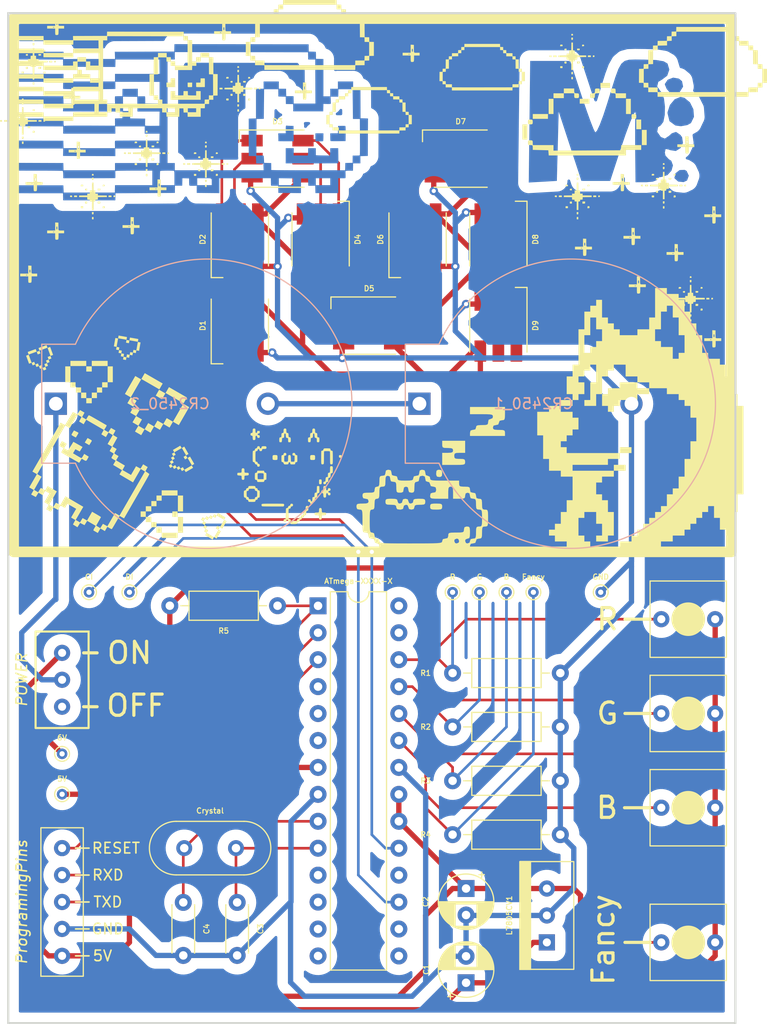
<source format=kicad_pcb>
(kicad_pcb (version 20211014) (generator pcbnew)
  (layers (0 "F.Cu" signal) (31 "B.Cu" signal) (34 "B.Paste" user) (35 "F.Paste" user) (36 "B.SilkS" user "B.Silkscreen") (37 "F.SilkS" user "F.Silkscreen") (38 "B.Mask" user) (39 "F.Mask" user) (44 "Edge.Cuts" user))
  (net 0 "")
  (net 1 "Net-(ATmega168V-10PI1-Pad1)")
  (net 2 "Net-(ATmega168V-10PI1-Pad2)")
  (net 3 "Net-(ATmega168V-10PI1-Pad3)")
  (net 7 "Net-(ATmega168V-10PI1-Pad20)")
  (net 8 "Net-(ATmega168V-10PI1-Pad22)")
  (net 9 "Net-(ATmega168V-10PI1-Pad9)")
  (net 10 "Net-(ATmega168V-10PI1-Pad10)")
  (net 17 "Net-(ATmega168V-10PI1-Pad17)")
  (net 19 "Net-(ATmega168V-10PI1-Pad19)")
  (net 20 "Net-(ATmega168V-10PI1-Pad23)")
  (net 21 "Net-(ATmega168V-10PI1-Pad24)")
  (net 24 "Net-(C1-Pad1)")
  (net 25 "Net-(CR2450_1-Pad1)")
  (net 26 "Net-(CR2450_2-Pad1)")
  (net 27 "Net-(D1-Pad5)")
  (net 28 "Net-(D1-Pad6)")
  (net 29 "Net-(D2-Pad5)")
  (net 30 "Net-(D2-Pad6)")
  (net 31 "Net-(D3-Pad5)")
  (net 32 "Net-(D3-Pad6)")
  (net 33 "Net-(D4-Pad5)")
  (net 34 "Net-(D4-Pad6)")
  (net 35 "Net-(D5-Pad5)")
  (net 36 "Net-(D5-Pad6)")
  (net 37 "Net-(D6-Pad5)")
  (net 38 "Net-(D6-Pad6)")
  (net 39 "Net-(D7-Pad5)")
  (net 40 "Net-(D7-Pad6)")
  (net 41 "Net-(D8-Pad5)")
  (net 42 "Net-(D8-Pad6)")
  (net 46 "Net-(G1-Pad1)")
  (net 47 "Net-(R6-Pad1)")
  (footprint "Graphics:Kitty" (layer "F.Cu") (at 51.816 138.176)
    (fp_text reference "G***" hide)
    (fp_text value "LOGO" hide)
  )
  (footprint "LED_SMD:LED_RGB_5050-6" (layer "F.Cu") (at 47.244 115.316 90)
    (fp_text reference "D2")
    (fp_text value "APA102")
  )
  (footprint "CustomMAKE:L7805CV" (layer "F.Cu") (at 76.2 179.07 90)
    (fp_text reference "L7805CV1")
    (fp_text value "L7805")
  )
  (footprint "Graphics:Cloud3" (layer "F.Cu") (at 53.848 96.012)
    (fp_text reference "G***" hide)
    (fp_text value "LOGO" hide)
  )
  (footprint "TestPoint:TestPoint_THTPad_D1.0mm_Drill0.5mm" (layer "F.Cu") (at 30.48 167.64)
    (fp_text reference "5V")
    (fp_text value "TestPoint")
  )
  (footprint "LED_SMD:LED_RGB_5050-6" (layer "F.Cu") (at 50.8 107.696)
    (fp_text reference "D3")
    (fp_text value "APA102")
  )
  (footprint "Graphics:Star2" (layer "F.Cu") (at 79.756 115.824)
    (fp_text reference "G***" hide)
    (fp_text value "LOGO" hide)
  )
  (footprint "Graphics:Star2" (layer "F.Cu") (at 27.94 109.728)
    (fp_text reference "G***" hide)
    (fp_text value "LOGO" hide)
  )
  (footprint "Capacitor_THT:C_Disc_D4.3mm_W1.9mm_P5.00mm" (layer "F.Cu") (at 46.99 177.84 -90)
    (fp_text reference "C3")
    (fp_text value "22pF")
  )
  (footprint "Graphics:Cloud3" (layer "F.Cu") (at 90.932 98.552)
    (fp_text reference "G***" hide)
    (fp_text value "LOGO" hide)
  )
  (footprint "Capacitor_THT:C_Disc_D4.3mm_W1.9mm_P5.00mm" (layer "F.Cu") (at 41.91 177.84 -90)
    (fp_text reference "C4")
    (fp_text value "22pF")
  )
  (footprint "Graphics:Heart3" (layer "F.Cu") (at 41.656 136.144 -60)
    (fp_text reference "G***" hide)
    (fp_text value "LOGO" hide)
  )
  (footprint "Graphics:Star2" (layer "F.Cu") (at 89.408 106.172)
    (fp_text reference "G***" hide)
    (fp_text value "LOGO" hide)
  )
  (footprint "LED_SMD:LED_RGB_5050-6" (layer "F.Cu") (at 47.244 123.444 90)
    (fp_text reference "D1")
    (fp_text value "APA102")
  )
  (footprint "Graphics:Dogo" (layer "F.Cu") (at 85.852 131.572)
    (fp_text reference "G***" hide)
    (fp_text value "LOGO" hide)
  )
  (footprint "CustomMAKE:Button_2Pins" (layer "F.Cu") (at 89.535 151.13)
    (fp_text reference "Button1" hide)
    (fp_text value "SW_Push")
  )
  (footprint "CustomMAKE:ConnectionPins_5x1" (layer "F.Cu") (at 30.48 177.8 90)
    (fp_text reference "ProgramingPins")
    (fp_text value "Conn_01x05_Male")
  )
  (footprint "Graphics:Star1" (layer "F.Cu") (at 39.116 107.188)
    (fp_text reference "G***" hide)
    (fp_text value "LOGO" hide)
  )
  (footprint "Graphics:Star2" (layer "F.Cu") (at 27.432 118.364)
    (fp_text reference "G***" hide)
    (fp_text value "LOGO" hide)
  )
  (footprint "Capacitor_THT:CP_Radial_D5.0mm_P2.50mm" (layer "F.Cu") (at 68.58 176.53 -90)
    (fp_text reference "C2")
    (fp_text value "10uF")
  )
  (footprint "Graphics:Star2" (layer "F.Cu") (at 45.72 95.504)
    (fp_text reference "G***" hide)
    (fp_text value "LOGO" hide)
  )
  (footprint "Graphics:Heart3" (layer "F.Cu") (at 36.576 125.476 -10)
    (fp_text reference "G***" hide)
    (fp_text value "LOGO" hide)
  )
  (footprint "Graphics:Star2" (layer "F.Cu") (at 53.34 101.092)
    (fp_text reference "G***" hide)
    (fp_text value "LOGO" hide)
  )
  (footprint "Graphics:Star2" (layer "F.Cu") (at 32.004 106.68)
    (fp_text reference "G***" hide)
    (fp_text value "LOGO" hide)
  )
  (footprint "Graphics:Star2" (layer "F.Cu") (at 84.836 119.38)
    (fp_text reference "G***" hide)
    (fp_text value "LOGO" hide)
  )
  (footprint "Graphics:Dog" (layer "F.Cu") (at 33.02 138.176 -30)
    (fp_text reference "G***" hide)
    (fp_text value "LOGO" hide)
  )
  (footprint "LED_SMD:LED_RGB_5050-6" (layer "F.Cu") (at 71.628 123.444 -90)
    (fp_text reference "D9")
    (fp_text value "APA102")
  )
  (footprint "Graphics:Star2" (layer "F.Cu") (at 88.392 116.332)
    (fp_text reference "G***" hide)
    (fp_text value "LOGO" hide)
  )
  (footprint "CustomMAKE:SPDT_Switch" (layer "F.Cu") (at 30.48 156.845 -90)
    (fp_text reference "POWER")
    (fp_text value "SW_SPDT_MSM")
  )
  (footprint "TestPoint:TestPoint_THTPad_D1.0mm_Drill0.5mm" (layer "F.Cu") (at 72.39 148.59)
    (fp_text reference "B")
    (fp_text value "TestPoint")
  )
  (footprint "Graphics:Star2" (layer "F.Cu") (at 29.972 114.3)
    (fp_text reference "G***" hide)
    (fp_text value "LOGO" hide)
  )
  (footprint "Graphics:Star2" (layer "F.Cu") (at 63.5 97.536)
    (fp_text reference "G***" hide)
    (fp_text value "LOGO" hide)
  )
  (footprint "Graphics:Star1" (layer "F.Cu") (at 79.756 111.252)
    (fp_text reference "G***" hide)
    (fp_text value "LOGO" hide)
  )
  (footprint "Resistor_THT:R_Axial_DIN0207_L6.3mm_D2.5mm_P10.16mm_Horizontal" (layer "F.Cu") (at 77.47 161.29 180)
    (fp_text reference "R2")
    (fp_text value "10kOhm")
  )
  (footprint "LED_SMD:LED_RGB_5050-6" (layer "F.Cu") (at 68.072 107.696)
    (fp_text reference "D7")
    (fp_text value "APA102")
  )
  (footprint "LED_SMD:LED_RGB_5050-6" (layer "F.Cu") (at 71.628 115.316 -90)
    (fp_text reference "D8")
    (fp_text value "APA102")
  )
  (footprint "TestPoint:TestPoint_THTPad_D1.0mm_Drill0.5mm" (layer "F.Cu") (at 69.85 148.59)
    (fp_text reference "G")
    (fp_text value "TestPoint")
  )
  (footprint "Graphics:Heart2" (layer "F.Cu") (at 39.116 131.064 -30)
    (fp_text reference "G***" hide)
    (fp_text value "LOGO" hide)
  )
  (footprint "TestPoint:TestPoint_THTPad_D1.0mm_Drill0.5mm" (layer "F.Cu") (at 81.28 148.59)
    (fp_text reference "GND")
    (fp_text value "TestPoint")
  )
  (footprint "LED_SMD:LED_RGB_5050-6" (layer "F.Cu") (at 64.008 115.316 90)
    (fp_text reference "D6")
    (fp_text value "APA102")
  )
  (footprint "Package_DIP:DIP-28_W7.62mm" (layer "F.Cu") (at 54.62 149.87)
    (fp_text reference "ATmega-XXXX-X")
    (fp_text value "ATmega168V-10P")
  )
  (footprint "Graphics:Heart1" (layer "F.Cu") (at 40.132 141.224 -90)
    (fp_text reference "G***" hide)
    (fp_text value "LOGO" hide)
  )
  (footprint "LED_SMD:LED_RGB_5050-6" (layer "F.Cu") (at 59.436 123.444)
    (fp_text reference "D5")
    (fp_text value "APA102")
  )
  (footprint "Graphics:NyanCatBackCoper" (layer "F.Cu") (at 42.545 105.41)
    (fp_text reference "G***" hide)
    (fp_text value "LOGO" hide)
  )
  (footprint "Graphics:Cloud2" (layer "F.Cu") (at 70.104 99.06)
    (fp_text reference "G***" hide)
    (fp_text value "LOGO" hide)
  )
  (footprint "Graphics:Star2" (layer "F.Cu") (at 83.312 109.728)
    (fp_text reference "G***" hide)
    (fp_text value "LOGO" hide)
  )
  (footprint "Graphics:Star1" (layer "F.Cu") (at 79.248 98.044)
    (fp_text reference "G***" hide)
    (fp_text value "LOGO" hide)
  )
  (footprint "CustomMAKE:Button_2Pins" (layer "F.Cu") (at 89.535 181.61)
    (fp_text reference "Button4" hide)
    (fp_text value "SW_Push")
  )
  (footprint "Graphics:Star1" (layer "F.Cu") (at 87.884 110.236)
    (fp_text reference "G***" hide)
    (fp_text value "LOGO" hide)
  )
  (footprint "Graphics:Star1" (layer "F.Cu") (at 34.036 111.252)
    (fp_text reference "G***" hide)
    (fp_text value "LOGO" hide)
  )
  (footprint "Graphics:Heart3" (layer "F.Cu") (at 28.448 126.492 20)
    (fp_text reference "G***" hide)
    (fp_text value "LOGO" hide)
  )
  (footprint "Resistor_THT:R_Axial_DIN0207_L6.3mm_D2.5mm_P10.16mm_Horizontal" (layer "F.Cu") (at 50.8 149.86 180)
    (fp_text reference "R5")
    (fp_text value "10kOhm")
  )
  (footprint "Resistor_THT:R_Axial_DIN0207_L6.3mm_D2.5mm_P10.16mm_Horizontal" (layer "F.Cu") (at 77.47 156.21 180)
    (fp_text reference "R1")
    (fp_text value "10kOhm")
  )
  (footprint "CustomMAKE:Button_2Pins" (layer "F.Cu") (at 89.535 160.02)
    (fp_text reference "Button2" hide)
    (fp_text value "SW_Push")
  )
  (footprint "TestPoint:TestPoint_THTPad_D1.0mm_Drill0.5mm" (layer "F.Cu") (at 36.83 148.59)
    (fp_text reference "DI")
    (fp_text value "TestPoint")
  )
  (footprint "Graphics:Star1" (layer "F.Cu") (at 27.432 104.14)
    (fp_text reference "G***" hide)
    (fp_text value "LOGO" hide)
  )
  (footprint "Graphics:Heart3" (layer "F.Cu") (at 44.704 142.24 -120)
    (fp_text reference "G***" hide)
    (fp_text value "LOGO" hide)
  )
  (footprint "Crystal:Crystal_HC49-4H_Vertical" (layer "F.Cu") (at 42 172.72)
    (fp_text reference "Crystal")
    (fp_text value "16MHz")
  )
  (footprint "Graphics:Star2" (layer "F.Cu") (at 37.084 113.792)
    (fp_text reference "G***" hide)
    (fp_text value "LOGO" hide)
  )
  (footprint "Graphics:Star2" (layer "F.Cu") (at 84.328 114.808)
    (fp_text reference "G***" hide)
    (fp_text value "LOGO" hide)
  )
  (footprint "Graphics:Star2" (layer "F.Cu") (at 91.948 124.46)
    (fp_text reference "G***" hide)
    (fp_text value "LOGO" hide)
  )
  (footprint "Graphics:Cloud1" (layer "F.Cu") (at 79.756 104.14)
    (fp_text reference "G***" hide)
    (fp_text value "LOGO" hide)
  )
  (footprint "Graphics:Heart1" (layer "F.Cu") (at 33.02 128.524)
    (fp_text reference "G***" hide)
    (fp_text value "LOGO" hide)
  )
  (footprint "Graphics:Cloud2" (layer "F.Cu") (at 59.436 103.124)
    (fp_text reference "G***" hide)
    (fp_text value "LOGO" hide)
  )
  (footprint "CustomMAKE:Button_2Pins" (layer "F.Cu") (at 89.535 168.91)
    (fp_text reference "Button3" hide)
    (fp_text value "SW_Push")
  )
  (footprint "Graphics:Star1" (layer "F.Cu") (at 90.424 120.904)
    (fp_text reference "G***" hide)
    (fp_text value "LOGO" hide)
  )
  (footprint "TestPoint:TestPoint_THTPad_D1.0mm_Drill0.5mm" (layer "F.Cu") (at 74.93 148.59)
    (fp_text reference "Fancy")
    (fp_text value "TestPoint")
  )
  (footprint "Graphics:Cat" (layer "F.Cu") (at 65.532 138.176)
    (fp_text reference "G***" hide)
    (fp_text value "LOGO" hide)
  )
  (footprint "Graphics:Star2" (layer "F.Cu") (at 31.496 101.6)
    (fp_text reference "G***" hide)
    (fp_text value "LOGO" hide)
  )
  (footprint "Graphics:Star2" (layer "F.Cu") (at 91.948 112.776)
    (fp_text reference "G***" hide)
    (fp_text value "LOGO" hide)
  )
  (footprint "TestPoint:TestPoint_THTPad_D1.0mm_Drill0.5mm" (layer "F.Cu") (at 30.48 163.83)
    (fp_text reference "6V")
    (fp_text value "TestPoint")
  )
  (footprint "Resistor_THT:R_Axial_DIN0207_L6.3mm_D2.5mm_P10.16mm_Horizontal" (layer "F.Cu") (at 77.47 171.45 180)
    (fp_text reference "R4")
    (fp_text value "10kOhm")
  )
  (footprint "Graphics:Star2" (layer "F.Cu") (at 29.972 94.996)
    (fp_text reference "G***" hide)
    (fp_text value "LOGO" hide)
  )
  (footprint "Graphics:Star2" (layer "F.Cu") (at 39.624 110.236)
    (fp_text reference "G***" hide)
    (fp_text value "LOGO" hide)
  )
  (footprint "LED_SMD:LED_RGB_5050-6" (layer "F.Cu") (at 54.864 115.316 -90)
    (fp_text reference "D4")
    (fp_text value "APA102")
  )
  (footprint "TestPoint:TestPoint_THTPad_D1.0mm_Drill0.5mm" (layer "F.Cu") (at 33.02 148.59)
    (fp_text reference "CI")
    (fp_text value "TestPoint")
  )
  (footprint "Graphics:Star1" (layer "F.Cu") (at 44.704 108.204)
    (fp_text reference "G***" hide)
    (fp_text value "LOGO" hide)
  )
  (footprint "Graphics:NyanCat" (layer "F.Cu") (at 35.56 100.584)
    (fp_text reference "G***" hide)
    (fp_text value "LOGO" hide)
  )
  (footprint "Capacitor_THT:CP_Radial_D5.0mm_P2.50mm" (layer "F.Cu") (at 68.58 185.42 90)
    (fp_text reference "C1")
    (fp_text value "10uF")
  )
  (footprint "TestPoint:TestPoint_THTPad_D1.0mm_Drill0.5mm" (layer "F.Cu") (at 67.31 148.59)
    (fp_text reference "R")
    (fp_text value "TestPoint")
  )
  (footprint "Resistor_THT:R_Axial_DIN0207_L6.3mm_D2.5mm_P10.16mm_Horizontal" (layer "F.Cu") (at 77.47 166.37 180)
    (fp_text reference "R3")
    (fp_text value "10kOhm")
  )
  (footprint "Graphics:Star1" (layer "F.Cu") (at 28.448 98.552)
    (fp_text reference "G***" hide)
    (fp_text value "LOGO" hide)
  )
  (footprint "Graphics:Star1" (layer "F.Cu") (at 47.752 101.092)
    (fp_text reference "G***" hide)
    (fp_text value "LOGO" hide)
  )
  (footprint "Battery:BatteryHolder_ComfortableElectronic_CH273-2450_1x2450" (layer "B.Cu") (at 29.890914 130.81)
    (fp_text reference "CR2450_2")
    (fp_text value "3V")
  )
  (footprint "Graphics:logoMAKE" (layer "B.Cu") (at 82.55 104.14 180)
    (fp_text reference "G***" hide)
    (fp_text value "LOGO" hide)
  )
  (footprint "Battery:BatteryHolder_ComfortableElectronic_CH273-2450_1x2450" (layer "B.Cu") (at 64.180914 130.81)
    (fp_text reference "CR2450_1")
    (fp_text value "3V")
  )
  (gr_line (start 83.566 160.02) (end 85.935 160.02) (layer "F.SilkS") (width 0.3))
  (gr_line (start 33.02 172.72) (end 31.75 172.72) (layer "F.SilkS") (width 0.15))
  (gr_line (start 33.782 154.305) (end 32.512 154.305) (layer "F.SilkS") (width 0.3))
  (gr_line (start 33.782 159.385) (end 32.512 159.385) (layer "F.SilkS") (width 0.3))
  (gr_rect (start 25.908 144.78) (end 93.599 94.488) (layer "F.SilkS") (width 1) (fill none))
  (gr_line (start 83.566 151.13) (end 85.935 151.13) (layer "F.SilkS") (width 0.3))
  (gr_line (start 83.566 181.61) (end 85.935 181.61) (layer "F.SilkS") (width 0.3))
  (gr_line (start 33.02 177.8) (end 31.75 177.8) (layer "F.SilkS") (width 0.15))
  (gr_line (start 33.02 180.34) (end 31.75 180.34) (layer "F.SilkS") (width 0.15))
  (gr_line (start 33.02 175.26) (end 31.75 175.26) (layer "F.SilkS") (width 0.15))
  (gr_line (start 83.5245 168.91) (end 85.8935 168.91) (layer "F.SilkS") (width 0.3))
  (gr_line (start 33.02 182.88) (end 31.75 182.88) (layer "F.SilkS") (width 0.15))
  (gr_rect (start 25.4 189.23) (end 93.98 93.98) (layer "Edge.Cuts") (width 0.2) (fill none))
  (gr_text "ON" (at 36.83 154.305) (layer "F.SilkS") (effects (font (size 2 2) (thickness 0.3))))
  (gr_text "OFF" (at 37.4396 159.2834) (layer "F.SilkS") (effects (font (size 2 2) (thickness 0.3))))
  (gr_text "RESET" (at 35.56 172.72) (layer "F.SilkS") (effects (font (size 1 1))))
  (gr_text "5V" (at 34.29 182.88) (layer "F.SilkS") (effects (font (size 1 1))))
  (gr_text "TXD" (at 34.798 177.8) (layer "F.SilkS") (effects (font (size 1 1))))
  (gr_text "Fancy" (at 81.534 181.356 90) (layer "F.SilkS") (effects (font (size 2 2) (thickness 0.3))))
  (gr_text "R" (at 81.915 151.13) (layer "F.SilkS") (effects (font (size 2 2) (thickness 0.3))))
  (gr_text "GND" (at 34.798 180.34) (layer "F.SilkS") (effects (font (size 1 1))))
  (gr_text "RXD" (at 34.798 175.26) (layer "F.SilkS") (effects (font (size 1 1))))
  (gr_text "G" (at 81.915 160.02) (layer "F.SilkS") (effects (font (size 2 2) (thickness 0.3))))
  (gr_text "B" (at 81.8735 168.91) (layer "F.SilkS") (effects (font (size 2 2) (thickness 0.3))))
  (segment (start 54.61 149.86) (end 54.62 149.87) (width 0.25) (layer "F.Cu") (net 1))
  (segment (start 30.48 172.72) (end 31.77 172.72) (width 0.25) (layer "F.Cu") (net 1))
  (segment (start 54.62 149.87) (end 50.81 149.87) (width 0.25) (layer "F.Cu") (net 1))
  (segment (start 31.77 172.72) (end 54.62 149.87) (width 0.25) (layer "F.Cu") (net 1))
  (segment (start 50.81 149.87) (end 50.8 149.86) (width 0.25) (layer "F.Cu") (net 1))
  (segment (start 34.29 171.45) (end 34.29 173.99) (width 0.25) (layer "F.Cu") (net 2))
  (segment (start 43.18 162.56) (end 44.45 162.56) (width 0.25) (layer "F.Cu") (net 2))
  (segment (start 44.45 162.56) (end 54.61 152.4) (width 0.25) (layer "F.Cu") (net 2))
  (segment (start 34.29 173.99) (end 33.02 175.26) (width 0.25) (layer "F.Cu") (net 2))
  (segment (start 43.18 162.56) (end 34.29 171.45) (width 0.25) (layer "F.Cu") (net 2))
  (segment (start 54.61 152.4) (end 54.62 152.41) (width 0.25) (layer "F.Cu") (net 2))
  (segment (start 33.02 175.26) (end 30.48 175.26) (width 0.25) (layer "F.Cu") (net 2))
  (segment (start 35.56 171.45) (end 35.56 176.53) (width 0.25) (layer "F.Cu") (net 3))
  (segment (start 41.91 165.1) (end 44.45 165.1) (width 0.25) (layer "F.Cu") (net 3))
  (segment (start 34.29 177.8) (end 30.48 177.8) (width 0.25) (layer "F.Cu") (net 3))
  (segment (start 41.91 165.1) (end 35.56 171.45) (width 0.25) (layer "F.Cu") (net 3))
  (segment (start 44.45 165.1) (end 54.61 154.94) (width 0.25) (layer "F.Cu") (net 3))
  (segment (start 54.61 154.94) (end 54.62 154.95) (width 0.25) (layer "F.Cu") (net 3))
  (segment (start 35.56 176.53) (end 34.29 177.8) (width 0.25) (layer "F.Cu") (net 3))
  (segment (start 48.944 113.496) (end 48.944 112.916) (width 0.5) (layer "F.Cu") (net 7))
  (segment (start 48.944 121.08) (end 48.944 121.044) (width 0.5) (layer "F.Cu") (net 7))
  (segment (start 67.31 176.53) (end 68.58 176.53) (width 0.5) (layer "F.Cu") (net 7))
  (segment (start 49.68 112.916) (end 53.2 109.396) (width 0.5) (layer "F.Cu") (net 7))
  (segment (start 68.58 176.53) (end 76.2 176.53) (width 0.5) (layer "F.Cu") (net 7))
  (segment (start 69.928 125.844) (end 69.228 125.844) (width 0.5) (layer "F.Cu") (net 7))
  (segment (start 78.74 176.53) (end 79.375 177.165) (width 0.5) (layer "F.Cu") (net 7))
  (segment (start 36.83 171.45) (end 40.64 167.64) (width 0.5) (layer "F.Cu") (net 7))
  (segment (start 65.708 112.916) (end 66.952 112.916) (width 0.5) (layer "F.Cu") (net 7))
  (segment (start 40.64 161.925) (end 40.64 149.86) (width 0.5) (layer "F.Cu") (net 7))
  (segment (start 48.944 112.916) (end 49.68 112.916) (width 0.5) (layer "F.Cu") (net 7))
  (segment (start 40.64 167.64) (end 45.72 167.64) (width 0.5) (layer "F.Cu") (net 7))
  (segment (start 27.94 181.61) (end 27.94 170.815) (width 0.5) (layer "F.Cu") (net 7))
  (segment (start 53.086 125.222) (end 48.944 121.08) (width 0.5) (layer "F.Cu") (net 7))
  (segment (start 55.88 128.016) (end 64.516 128.016) (width 0.5) (layer "F.Cu") (net 7))
  (segment (start 67.056 128.016) (end 64.516 128.016) (width 0.5) (layer "F.Cu") (net 7))
  (segment (start 39.37 186.69) (end 62.23 186.69) (width 0.5) (layer "F.Cu") (net 7))
  (segment (start 82.55 184.15) (end 90.805 184.15) (width 0.5) (layer "F.Cu") (net 7))
  (segment (start 35.2425 167.3225) (end 32.385 170.18) (width 0.5) (layer "F.Cu") (net 7))
  (segment (start 34.925 167.64) (end 30.48 167.64) (width 0.5) (layer "F.Cu") (net 7))
  (segment (start 48.25 165.11) (end 54.62 165.11) (width 0.5) (layer "F.Cu") (net 7))
  (segment (start 35.56 182.88) (end 39.37 186.69) (width 0.5) (layer "F.Cu") (net 7))
  (segment (start 64.77 179.07) (end 67.31 176.53) (width 0.5) (layer "F.Cu") (net 7))
  (segment (start 53.086 125.222) (end 55.88 128.016) (width 0.5) (layer "F.Cu") (net 7))
  (segment (start 53.164 125.144) (end 53.164 117.716) (width 0.5) (layer "F.Cu") (net 7))
  (segment (start 64.77 184.15) (end 64.77 179.07) (width 0.5) (layer "F.Cu") (net 7))
  (segment (start 54.61 165.1) (end 54.62 165.11) (width 0.25) (layer "F.Cu") (net 7))
  (segment (start 92.075 160.02) (end 92.075 168.91) (width 0.5) (layer "F.Cu") (net 7))
  (segment (start 66.952 112.916) (end 70.472 109.396) (width 0.5) (layer "F.Cu") (net 7))
  (segment (start 62.23 186.69) (end 64.77 184.15) (width 0.5) (layer "F.Cu") (net 7))
  (segment (start 92.075 182.88) (end 92.075 181.61) (width 0.5) (layer "F.Cu") (net 7))
  (segment (start 30.48 182.88) (end 29.21 182.88) (width 0.5) (layer "F.Cu") (net 7))
  (segment (start 80.01 181.61) (end 79.375 180.975) (width 0.25) (layer "F.Cu") (net 7))
  (segment (start 90.805 184.15) (end 92.075 182.88) (width 0.5) (layer "F.Cu") (net 7))
  (segment (start 76.2 176.53) (end 78.74 176.53) (width 0.5) (layer "F.Cu") (net 7))
  (segment (start 65.532 146.304) (end 69.928 141.908) (width 0.5) (layer "F.Cu") (net 7))
  (segment (start 62.24 167.65) (end 62.24 170.19) (width 0.5) (layer "F.Cu") (net 7))
  (segment (start 69.928 128.856) (end 69.928 125.844) (width 0.5) (layer "F.Cu") (net 7))
  (segment (start 45.72 167.64) (end 48.25 165.11) (width 0.5) (layer "F.Cu") (net 7))
  (segment (start 68.58 176.53) (end 62.24 170.19) (width 0.5) (layer "F.Cu") (net 7))
  (segment (start 35.2425 167.3225) (end 34.925 167.64) (width 0.5) (layer "F.Cu") (net 7))
  (segment (start 40.64 149.86) (end 44.196 146.304) (width 0.5) (layer "F.Cu") (net 7))
  (segment (start 36.83 181.61) (end 36.83 171.45) (width 0.5) (layer "F.Cu") (net 7))
  (segment (start 53.164 117.716) (end 48.944 113.496) (width 0.5) (layer "F.Cu") (net 7))
  (segment (start 61.836 125.144) (end 62.5 125.144) (width 0.5) (layer "F.Cu") (net 7))
  (segment (start 28.575 170.18) (end 32.385 170.18) (width 0.5) (layer "F.Cu") (net 7))
  (segment (start 44.196 146.304) (end 65.532 146.304) (width 0.5) (layer "F.Cu") (net 7))
  (segment (start 27.94 170.815) (end 28.575 170.18) (width 0.5) (layer "F.Cu") (net 7))
  (segment (start 64.516 128.016) (end 61.836 125.336) (width 0.5) (layer "F.Cu") (net 7))
  (segment (start 61.836 125.336) (end 61.836 125.144) (width 0.5) (layer "F.Cu") (net 7))
  (segment (start 29.21 182.88) (end 27.94 181.61) (width 0.5) (layer "F.Cu") (net 7))
  (segment (start 69.928 117.716) (end 69.928 117.136) (width 0.5) (layer "F.Cu") (net 7))
  (segment (start 40.64 161.925) (end 35.2425 167.3225) (width 0.5) (layer "F.Cu") (net 7))
  (segment (start 36.83 181.61) (end 35.56 182.88) (width 0.5) (layer "F.Cu") (net 7))
  (segment (start 62.5 125.144) (end 69.928 117.716) (width 0.5) (layer "F.Cu") (net 7))
  (segment (start 79.375 180.975) (end 82.55 184.15) (width 0.5) (layer "F.Cu") (net 7))
  (segment (start 92.075 181.61) (end 92.075 168.91) (width 0.5) (layer "F.Cu") (net 7))
  (segment (start 69.228 125.844) (end 67.056 128.016) (width 0.5) (layer "F.Cu") (net 7))
  (segment (start 79.375 180.975) (end 79.375 177.165) (width 0.5) (layer "F.Cu") (net 7))
  (segment (start 53.086 125.222) (end 53.164 125.144) (width 0.5) (layer "F.Cu") (net 7))
  (segment (start 92.075 160.02) (end 92.075 151.13) (width 0.5) (layer "F.Cu") (net 7))
  (segment (start 69.928 117.136) (end 65.708 112.916) (width 0.5) (layer "F.Cu") (net 7))
  (segment (start 69.928 141.908) (end 69.928 128.856) (width 0.5) (layer "F.Cu") (net 7))
  (segment (start 35.56 182.88) (end 30.48 182.88) (width 0.5) (layer "F.Cu") (net 7))
  (segment (start 65.532 109.536) (end 65.672 109.396) (width 0.5) (layer "F.Cu") (net 8))
  (segment (start 67.564 117.856) (end 65.848 117.856) (width 0.5) (layer "F.Cu") (net 8))
  (segment (start 49.084 125.984) (end 48.944 125.844) (width 0.5) (layer "F.Cu") (net 8))
  (segment (start 49.084 117.856) (end 48.944 117.716) (width 0.5) (layer "F.Cu") (net 8))
  (segment (start 56.896 125.284) (end 57.036 125.144) (width 0.5) (layer "F.Cu") (net 8))
  (segment (start 56.896 126.492) (end 56.896 125.284) (width 0.5) (layer "F.Cu") (net 8))
  (segment (start 69.788 112.776) (end 69.928 112.916) (width 0.5) (layer "F.Cu") (net 8))
  (segment (start 65.848 117.856) (end 65.708 117.716) (width 0.5) (layer "F.Cu") (net 8))
  (segment (start 48.26 109.536) (end 48.4 109.396) (width 0.5) (layer "F.Cu") (net 8))
  (segment (start 69.56 121.412) (end 69.928 121.044) (width 0.5) (layer "F.Cu") (net 8))
  (segment (start 65.532 110.744) (end 65.532 109.536) (width 0.5) (layer "F.Cu") (net 8))
  (segment (start 52.796 113.284) (end 53.164 112.916) (width 0.5) (layer "F.Cu") (net 8))
  (segment (start 48.26 110.744) (end 48.26 109.536) (width 0.5) (layer "F.Cu") (net 8))
  (segment (start 50.8 117.856) (end 49.084 117.856) (width 0.5) (layer "F.Cu") (net 8))
  (segment (start 68.58 112.776) (end 69.788 112.776) (width 0.5) (layer "F.Cu") (net 8))
  (segment (start 50.292 125.984) (end 49.084 125.984) (width 0.5) (layer "F.Cu") (net 8))
  (segment (start 68.58 121.412) (end 69.56 121.412) (width 0.5) (layer "F.Cu") (net 8))
  (segment (start 51.816 113.284) (end 52.796 113.284) (width 0.5) (layer "F.Cu") (net 8))
  (via (at 68.58 121.412) (size 0.8) (drill 0.4) (layers "F.Cu" "B.Cu") (net 8))
  (via (at 67.564 117.856) (size 0.8) (drill 0.4) (layers "F.Cu" "B.Cu") (net 8))
  (via (at 50.8 117.856) (size 0.8) (drill 0.4) (layers "F.Cu" "B.Cu") (net 8))
  (via (at 50.292 125.984) (size 0.8) (drill 0.4) (layers "F.Cu" "B.Cu") (net 8))
  (via (at 51.816 113.284) (size 0.8) (drill 0.4) (layers "F.Cu" "B.Cu") (net 8))
  (via (at 68.58 112.776) (size 0.8) (drill 0.4) (layers "F.Cu" "B.Cu") (net 8))
  (via (at 56.896 126.492) (size 0.8) (drill 0.4) (layers "F.Cu" "B.Cu") (net 8))
  (via (at 65.532 110.744) (size 0.8) (drill 0.4) (layers "F.Cu" "B.Cu") (net 8))
  (via (at 48.26 110.744) (size 0.8) (drill 0.4) (layers "F.Cu" "B.Cu") (net 8))
  (segment (start 46.99 182.84) (end 41.91 182.84) (width 0.5) (layer "B.Cu") (net 8))
  (segment (start 67.564 123.952) (end 67.564 122.428) (width 0.5) (layer "B.Cu") (net 8))
  (segment (start 53.848 126.492) (end 50.8 123.444) (width 0.5) (layer "B.Cu") (net 8))
  (segment (start 84.180914 149.499086) (end 77.47 156.21) (width 0.5) (layer "B.Cu") (net 8))
  (segment (start 46.99 182.84) (end 52.03 177.8) (width 0.5) (layer "B.Cu") (net 8))
  (segment (start 84.180914 145.689086) (end 81.28 148.59) (width 0.5) (layer "B.Cu") (net 8))
  (segment (start 67.564 113.284) (end 67.564 112.776) (width 0.5) (layer "B.Cu") (net 8))
  (segment (start 36.83 180.34) (end 30.48 180.34) (width 0.5) (layer "B.Cu") (net 8))
  (segment (start 52.07 177.8) (end 52.07 170.2) (width 0.5) (layer "B.Cu") (net 8))
  (segment (start 84.180914 145.140914) (end 84.180914 145.689086) (width 0.5) (layer "B.Cu") (net 8))
  (segment (start 56.896 126.492) (end 56.388 126.492) (width 0.5) (layer "B.Cu") (net 8))
  (segment (start 67.564 122.428) (end 68.58 121.412) (width 0.5) (layer "B.Cu") (net 8))
  (segment (start 67.564 117.856) (end 67.564 113.792) (width 0.5) (layer "B.Cu") (net 8))
  (segment (start 52.03 185.38) (end 53.34 186.69) (width 0.5) (layer "B.Cu") (net 8))
  (segment (start 63.5 186.69) (end 63.5 186.65) (width 0.25) (layer "B.Cu") (net 8))
  (segment (start 50.8 114.3) (end 51.816 113.284) (width 0.5) (layer "B.Cu") (net 8))
  (segment (start 50.8 118.364) (end 50.8 117.856) (width 0.5) (layer "B.Cu") (net 8))
  (segment (start 84.180914 145.140914) (end 84.180914 146.156914) (width 0.5) (layer "B.Cu") (net 8))
  (segment (start 67.27 182.92) (end 68.58 182.92) (width 0.5) (layer "B.Cu") (net 8))
  (segment (start 50.8 126.492) (end 50.292 125.984) (width 0.5) (layer "B.Cu") (net 8))
  (segment (start 62.24 165.11) (end 64.77 167.64) (width 0.5) (layer "B.Cu") (net 8))
  (segment (start 70.104 126.492) (end 67.564 123.952) (width 0.5) (layer "B.Cu") (net 8))
  (segment (start 52.07 170.2) (end 54.62 167.65) (width 0.5) (layer "B.Cu") (net 8))
  (segment (start 39.33 182.84) (end 36.83 180.34) (width 0.5) (layer "B.Cu") (net 8))
  (segment (start 50.8 117.856) (end 50.8 114.3) (width 0.5) (layer "B.Cu") (net 8))
  (segment (start 67.564 113.792) (end 68.58 112.776) (width 0.5) (layer "B.Cu") (net 8))
  (segment (start 53.34 186.69) (end 63.5 186.69) (width 0.5) (layer "B.Cu") (net 8))
  (segment (start 67.564 122.428) (end 67.564 117.856) (width 0.5) (layer "B.Cu") (net 8))
  (segment (start 67.564 113.792) (end 67.564 113.284) (width 0.5) (layer "B.Cu") (net 8))
  (segment (start 77.47 156.21) (end 77.47 171.45) (width 0.5) (layer "B.Cu") (net 8))
  (segment (start 70.104 126.492) (end 56.896 126.492) (width 0.5) (layer "B.Cu") (net 8))
  (segment (start 79.862914 126.492) (end 70.104 126.492) (width 0.5) (layer "B.Cu") (net 8))
  (segment (start 78.74 172.72) (end 78.74 176.53) (width 0.5) (layer "B.Cu") (net 8))
  (segment (start 50.8 123.444) (end 50.8 118.364) (width 0.5) (layer "B.Cu") (net 8))
  (segment (start 84.180914 130.81) (end 79.862914 126.492) (width 0.5) (layer "B.Cu") (net 8))
  (segment (start 50.8 114.3) (end 50.8 113.284) (width 0.5) (layer "B.Cu") (net 8))
  (segment (start 84.180914 130.81) (end 84.180914 145.140914) (width 0.5) (layer "B.Cu") (net 8))
  (segment (start 64.77 167.64) (end 64.77 185.42) (width 0.5) (layer "B.Cu") (net 8))
  (segment (start 63.5 186.69) (end 64.77 185.42) (width 0.5) (layer "B.Cu") (net 8))
  (segment (start 76.2 179.07) (end 68.62 179.07) (width 0.5) (layer "B.Cu") (net 8))
  (segment (start 78.74 176.53) (end 76.2 179.07) (width 0.5) (layer "B.Cu") (net 8))
  (segment (start 77.47 171.45) (end 78.74 172.72) (width 0.5) (layer "B.Cu") (net 8))
  (segment (start 52.03 177.8) (end 52.03 185.38) (width 0.5) (layer "B.Cu") (net 8))
  (segment (start 52.03 177.8) (end 52.07 177.8) (width 0.25) (layer "B.Cu") (net 8))
  (segment (start 53.848 126.492) (end 50.8 126.492) (width 0.5) (layer "B.Cu") (net 8))
  (segment (start 56.388 126.492) (end 53.848 126.492) (width 0.5) (layer "B.Cu") (net 8))
  (segment (start 67.564 112.776) (end 65.532 110.744) (width 0.5) (layer "B.Cu") (net 8))
  (segment (start 41.91 182.84) (end 39.33 182.84) (width 0.5) (layer "B.Cu") (net 8))
  (segment (start 68.62 179.07) (end 68.58 179.03) (width 0.25) (layer "B.Cu") (net 8))
  (segment (start 68.58 179.03) (end 68.58 182.92) (width 0.5) (layer "B.Cu") (net 8))
  (segment (start 84.180914 146.156914) (end 84.180914 149.499086) (width 0.5) (layer "B.Cu") (net 8))
  (segment (start 50.8 113.284) (end 48.26 110.744) (width 0.5) (layer "B.Cu") (net 8))
  (segment (start 64.77 185.42) (end 67.27 182.92) (width 0.5) (layer "B.Cu") (net 8))
  (segment (start 49.54 170.19) (end 49.53 170.18) (width 0.25) (layer "F.Cu") (net 9))
  (segment (start 42 172.72) (end 44.53 170.19) (width 0.25) (layer "F.Cu") (net 9))
  (segment (start 41.91 177.84) (end 41.91 172.81) (width 0.25) (layer "F.Cu") (net 9))
  (segment (start 44.46 170.19) (end 54.62 170.19) (width 0.25) (layer "F.Cu") (net 9))
  (segment (start 54.61 172.72) (end 54.62 172.73) (width 0.25) (layer "F.Cu") (net 10))
  (segment (start 54.62 172.73) (end 46.89 172.73) (width 0.25) (layer "F.Cu") (net 10))
  (segment (start 46.99 172.81) (end 47.08 172.72) (width 0.25) (layer "F.Cu") (net 10))
  (segment (start 46.88 172.72) (end 46.88 177.73) (width 0.25) (layer "F.Cu") (net 10))
  (segment (start 51.97 172.73) (end 51.96 172.72) (width 0.25) (layer "F.Cu") (net 10))
  (segment (start 45.544 140.54) (end 48.26 143.256) (width 0.25) (layer "F.Cu") (net 17))
  (segment (start 48.26 143.256) (end 56.896 143.256) (width 0.25) (layer "F.Cu") (net 17))
  (segment (start 56.896 143.256) (end 58.42 144.78) (width 0.25) (layer "F.Cu") (net 17))
  (segment (start 45.544 125.844) (end 45.544 140.54) (width 0.25) (layer "F.Cu") (net 17))
  (via (at 58.42 144.78) (size 0.8) (drill 0.4) (layers "F.Cu" "B.Cu") (net 17))
  (segment (start 60.97 177.81) (end 58.42 175.26) (width 0.25) (layer "B.Cu") (net 17))
  (segment (start 58.42 175.26) (end 58.42 144.78) (width 0.25) (layer "B.Cu") (net 17))
  (segment (start 58.42 144.78) (end 57.15 143.51) (width 0.25) (layer "B.Cu") (net 17))
  (segment (start 57.15 143.51) (end 41.91 143.51) (width 0.25) (layer "B.Cu") (net 17))
  (segment (start 41.91 143.51) (end 36.83 148.59) (width 0.25) (layer "B.Cu") (net 17))
  (segment (start 62.24 177.81) (end 60.97 177.81) (width 0.25) (layer "B.Cu") (net 17))
  (segment (start 59.69 144.78) (end 56.642 141.732) (width 0.25) (layer "F.Cu") (net 19))
  (segment (start 47.244 125.844) (end 47.244 140.208) (width 0.25) (layer "F.Cu") (net 19))
  (segment (start 56.642 141.732) (end 48.768 141.732) (width 0.25) (layer "F.Cu") (net 19))
  (segment (start 48.768 141.732) (end 47.244 140.208) (width 0.25) (layer "F.Cu") (net 19))
  (via (at 59.69 144.78) (size 0.8) (drill 0.4) (layers "F.Cu" "B.Cu") (net 19))
  (segment (start 60.97 172.73) (end 62.24 172.73) (width 0.25) (layer "B.Cu") (net 19))
  (segment (start 57.15 142.24) (end 39.37 142.24) (width 0.25) (layer "B.Cu") (net 19))
  (segment (start 59.69 144.78) (end 59.69 171.45) (width 0.25) (layer "B.Cu") (net 19))
  (segment (start 59.69 144.78) (end 57.15 142.24) (width 0.25) (layer "B.Cu") (net 19))
  (segment (start 39.37 142.24) (end 33.02 148.59) (width 0.25) (layer "B.Cu") (net 19))
  (segment (start 59.69 171.45) (end 60.97 172.73) (width 0.25) (layer "B.Cu") (net 19))
  (segment (start 64.77 168.91) (end 67.31 171.45) (width 0.25) (layer "F.Cu") (net 20))
  (segment (start 86.995 181.61) (end 81.915 181.61) (width 0.25) (layer "F.Cu") (net 20))
  (segment (start 64.77 167.64) (end 64.77 168.91) (width 0.25) (layer "F.Cu") (net 20))
  (segment (start 81.915 181.61) (end 80.645 180.34) (width 0.25) (layer "F.Cu") (net 20))
  (segment (start 66.04 168.91) (end 64.77 167.64) (width 0.25) (layer "F.Cu") (net 20))
  (segment (start 62.25 162.56) (end 62.24 162.57) (width 0.25) (layer "F.Cu") (net 20))
  (segment (start 64.77 165.1) (end 64.77 167.64) (width 0.25) (layer "F.Cu") (net 20))
  (segment (start 78.74 168.91) (end 66.04 168.91) (width 0.25) (layer "F.Cu") (net 20))
  (segment (start 62.24 162.57) (end 64.77 165.1) (width 0.25) (layer "F.Cu") (net 20))
  (segment (start 80.645 180.34) (end 80.645 170.815) (width 0.25) (layer "F.Cu") (net 20))
  (segment (start 80.645 170.815) (end 78.74 168.91) (width 0.25) (layer "F.Cu") (net 20))
  (segment (start 67.31 171.45) (end 74.93 163.83) (width 0.25) (layer "B.Cu") (net 20))
  (segment (start 74.93 163.83) (end 74.93 148.59) (width 0.25) (layer "B.Cu") (net 20))
  (segment (start 81.28 168.91) (end 86.995 168.91) (width 0.25) (layer "F.Cu") (net 21))
  (segment (start 62.24 160.03) (end 66.04 163.83) (width 0.25) (layer "F.Cu") (net 21))
  (segment (start 80.01 165.1) (end 78.74 163.83) (width 0.25) (layer "F.Cu") (net 21))
  (segment (start 80.01 167.64) (end 80.01 165.1) (width 0.25) (layer "F.Cu") (net 21))
  (segment (start 66.04 163.83) (end 67.31 165.1) (width 0.25) (layer "F.Cu") (net 21))
  (segment (start 81.28 168.91) (end 80.01 167.64) (width 0.25) (layer "F.Cu") (net 21))
  (segment (start 78.74 163.83) (end 66.04 163.83) (width 0.25) (layer "F.Cu") (net 21))
  (segment (start 62.25 160.02) (end 62.24 160.03) (width 0.25) (layer "F.Cu") (net 21))
  (segment (start 67.31 165.1) (end 67.31 166.37) (width 0.25) (layer "F.Cu") (net 21))
  (segment (start 72.39 161.29) (end 72.39 148.59) (width 0.25) (layer "B.Cu") (net 21))
  (segment (start 67.31 166.37) (end 72.39 161.29) (width 0.25) (layer "B.Cu") (net 21))
  (segment (start 66.04 187.96) (end 68.58 185.42) (width 0.5) (layer "F.Cu") (net 24))
  (segment (start 26.67 181.61) (end 26.67 180.34) (width 0.25) (layer "F.Cu") (net 24))
  (segment (start 31.75 187.96) (end 66.04 187.96) (width 0.5) (layer "F.Cu") (net 24))
  (segment (start 26.67 179.07) (end 26.67 177.8) (width 0.25) (layer "F.Cu") (net 24))
  (segment (start 76.2 181.61) (end 74.93 181.61) (width 0.5) (layer "F.Cu") (net 24))
  (segment (start 74.93 181.61) (end 71.12 185.42) (width 0.5) (layer "F.Cu") (net 24))
  (segment (start 26.67 160.02) (end 26.67 158.115) (width 0.5) (layer "F.Cu") (net 24))
  (segment (start 31.75 187.96) (end 26.67 182.88) (width 0.5) (layer "F.Cu") (net 24))
  (segment (start 26.67 158.115) (end 30.48 154.305) (width 0.5) (layer "F.Cu") (net 24))
  (segment (start 26.67 160.02) (end 30.48 163.83) (width 0.5) (layer "F.Cu") (net 24))
  (segment (start 26.67 164.846) (end 26.67 160.02) (width 0.5) (layer "F.Cu") (net 24))
  (segment (start 26.67 182.88) (end 26.67 181.61) (width 0.5) (layer "F.Cu") (net 24))
  (segment (start 71.12 185.42) (end 68.58 185.42) (width 0.5) (layer "F.Cu") (net 24))
  (segment (start 26.67 181.61) (end 26.67 164.846) (width 0.5) (layer "F.Cu") (net 24))
  (segment (start 26.67 180.34) (end 26.67 179.07) (width 0.25) (layer "F.Cu") (net 24))
  (segment (start 64.180914 130.81) (end 49.890914 130.81) (width 0.5) (layer "B.Cu") (net 25))
  (segment (start 26.67 154.94) (end 28.575 156.845) (width 0.5) (layer "B.Cu") (net 26))
  (segment (start 28.575 156.845) (end 30.48 156.845) (width 0.5) (layer "B.Cu") (net 26))
  (segment (start 29.799086 149.270914) (end 26.67 152.4) (width 0.5) (layer "B.Cu") (net 26))
  (segment (start 29.890914 149.270914) (end 29.799086 149.270914) (width 0.5) (layer "B.Cu") (net 26))
  (segment (start 29.890914 149.270914) (end 29.890914 130.81) (width 0.5) (layer "B.Cu") (net 26))
  (segment (start 26.67 152.4) (end 26.67 154.94) (width 0.5) (layer "B.Cu") (net 26))
  (segment (start 47.244 121.044) (end 47.244 117.716) (width 0.25) (layer "F.Cu") (net 27))
  (segment (start 45.544 121.044) (end 45.544 117.716) (width 0.25) (layer "F.Cu") (net 28))
  (segment (start 46.736 108.712) (end 47.752 107.696) (width 0.25) (layer "F.Cu") (net 29))
  (segment (start 47.244 112.916) (end 47.244 112.466) (width 0.25) (layer "F.Cu") (net 29))
  (segment (start 47.752 107.696) (end 48.4 107.696) (width 0.25) (layer "F.Cu") (net 29))
  (segment (start 47.244 112.466) (end 46.736 111.958) (width 0.25) (layer "F.Cu") (net 29))
  (segment (start 46.736 111.958) (end 46.736 108.712) (width 0.25) (layer "F.Cu") (net 29))
  (segment (start 47.15 105.996) (end 48.4 105.996) (width 0.25) (layer "F.Cu") (net 30))
  (segment (start 45.544 107.602) (end 47.15 105.996) (width 0.25) (layer "F.Cu") (net 30))
  (segment (start 45.544 112.916) (end 45.544 107.602) (width 0.25) (layer "F.Cu") (net 30))
  (segment (start 54.864 108.11) (end 54.45 107.696) (width 0.25) (layer "F.Cu") (net 31))
  (segment (start 54.45 107.696) (end 53.2 107.696) (width 0.25) (layer "F.Cu") (net 31))
  (segment (start 54.864 112.916) (end 54.864 108.11) (width 0.25) (layer "F.Cu") (net 31))
  (segment (start 56.564 112.916) (end 56.564 108.11) (width 0.25) (layer "F.Cu") (net 32))
  (segment (start 54.45 105.996) (end 53.2 105.996) (width 0.25) (layer "F.Cu") (net 32))
  (segment (start 56.564 108.11) (end 54.45 105.996) (width 0.25) (layer "F.Cu") (net 32))
  (segment (start 54.864 117.716) (end 54.864 122.522) (width 0.25) (layer "F.Cu") (net 33))
  (segment (start 55.786 123.444) (end 57.036 123.444) (width 0.25) (layer "F.Cu") (net 33))
  (segment (start 54.864 122.522) (end 55.786 123.444) (width 0.25) (layer "F.Cu") (net 33))
  (segment (start 56.564 121.272) (end 57.036 121.744) (width 0.25) (layer "F.Cu") (net 34))
  (segment (start 56.564 117.716) (end 56.564 121.272) (width 0.25) (layer "F.Cu") (net 34))
  (segment (start 64.008 117.716) (end 64.008 122.522) (width 0.25) (layer "F.Cu") (net 35))
  (segment (start 64.008 122.522) (end 63.086 123.444) (width 0.25) (layer "F.Cu") (net 35))
  (segment (start 63.086 123.444) (end 61.836 123.444) (width 0.25) (layer "F.Cu") (net 35))
  (segment (start 62.308 117.716) (end 62.308 121.272) (width 0.25) (layer "F.Cu") (net 36))
  (segment (start 62.308 121.272) (end 61.836 121.744) (width 0.25) (layer "F.Cu") (net 36))
  (segment (start 64.008 108.204) (end 64.516 107.696) (width 0.25) (layer "F.Cu") (net 37))
  (segment (start 64.516 107.696) (end 65.672 107.696) (width 0.25) (layer "F.Cu") (net 37))
  (segment (start 64.008 112.916) (end 64.008 108.204) (width 0.25) (layer "F.Cu") (net 37))
  (segment (start 62.308 112.916) (end 62.308 108.38) (width 0.25) (layer "F.Cu") (net 38))
  (segment (start 62.308 108.38) (end 64.692 105.996) (width 0.25) (layer "F.Cu") (net 38))
  (segment (start 64.692 105.996) (end 65.672 105.996) (width 0.25) (layer "F.Cu") (net 38))
  (segment (start 70.922 107.696) (end 70.472 107.696) (width 0.25) (layer "F.Cu") (net 39))
  (segment (start 71.628 112.466) (end 72.136 111.958) (width 0.25) (layer "F.Cu") (net 39))
  (segment (start 72.136 111.958) (end 72.136 108.91) (width 0.25) (layer "F.Cu") (net 39))
  (segment (start 71.628 112.916) (end 71.628 112.466) (width 0.25) (layer "F.Cu") (net 39))
  (segment (start 72.136 108.91) (end 70.922 107.696) (width 0.25) (layer "F.Cu") (net 39))
  (segment (start 71.722 105.996) (end 70.472 105.996) (width 0.25) (layer "F.Cu") (net 40))
  (segment (start 73.328 107.602) (end 71.722 105.996) (width 0.25) (layer "F.Cu") (net 40))
  (segment (start 73.328 112.916) (end 73.328 107.602) (width 0.25) (layer "F.Cu") (net 40))
  (segment (start 71.628 121.044) (end 71.628 117.716) (width 0.25) (layer "F.Cu") (net 41))
  (segment (start 73.328 121.044) (end 73.328 117.716) (width 0.25) (layer "F.Cu") (net 42))
  (segment (start 78.74 158.75) (end 80.01 160.02) (width 0.25) (layer "F.Cu") (net 46))
  (segment (start 86.995 160.02) (end 80.01 160.02) (width 0.25) (layer "F.Cu") (net 46))
  (segment (start 67.31 161.29) (end 64.77 158.75) (width 0.25) (layer "F.Cu") (net 46))
  (segment (start 62.24 157.49) (end 63.51 157.49) (width 0.25) (layer "F.Cu") (net 46))
  (segment (start 62.25 157.48) (end 62.24 157.49) (width 0.25) (layer "F.Cu") (net 46))
  (segment (start 63.51 157.49) (end 64.77 158.75) (width 0.25) (layer "F.Cu") (net 46))
  (segment (start 64.77 158.75) (end 78.74 158.75) (width 0.25) (layer "F.Cu") (net 46))
  (segment (start 67.31 161.29) (end 69.85 158.75) (width 0.25) (layer "B.Cu") (net 46))
  (segment (start 69.85 158.75) (end 69.85 148.59) (width 0.25) (layer "B.Cu") (net 46))
  (segment (start 62.24 154.95) (end 64.78 154.95) (width 0.25) (layer "F.Cu") (net 47))
  (segment (start 68.58 151.15) (end 68.58 151.13) (width 0.25) (layer "F.Cu") (net 47))
  (segment (start 66.05 154.95) (end 67.31 156.21) (width 0.25) (layer "F.Cu") (net 47))
  (segment (start 64.78 154.95) (end 68.58 151.15) (width 0.25) (layer "F.Cu") (net 47))
  (segment (start 64.78 154.95) (end 66.05 154.95) (width 0.25) (layer "F.Cu") (net 47))
  (segment (start 86.995 151.13) (end 68.58 151.13) (width 0.25) (layer "F.Cu") (net 47))
  (segment (start 62.25 154.94) (end 62.24 154.95) (width 0.25) (layer "F.Cu") (net 47))
  (segment (start 67.31 156.21) (end 67.31 148.59) (width 0.25) (layer "B.Cu") (net 47))
  (zone (net 0) (net_name "") (layer "B.Cu") (connect_pads (clearance 1)) (min_thickness 0.254) (fill yes (thermal_gap 0.508) (thermal_bridge_width 0.508))
    (polygon (pts (xy 93.98 189.23) (xy 25.4 189.23) (xy 25.4 93.98) (xy 93.98 93.98)))
  )
)
</source>
